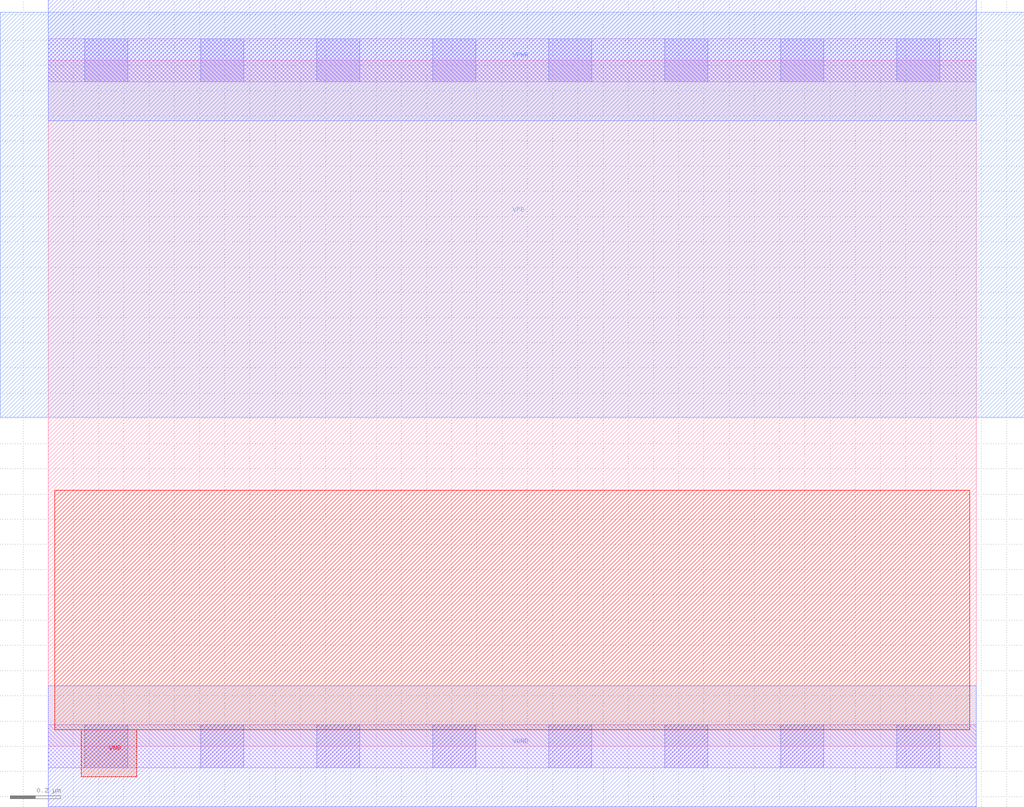
<source format=lef>
VERSION 5.7 ;
  NOWIREEXTENSIONATPIN ON ;
  DIVIDERCHAR "/" ;
  BUSBITCHARS "[]" ;
MACRO sky130_ef_sc_hd__fill_8
  CLASS BLOCK ;
  FOREIGN sky130_ef_sc_hd__fill_8 ;
  ORIGIN 0.000 0.000 ;
  SIZE 3.680 BY 2.720 ;
  PIN VGND
    USE GROUND ;
    PORT
      LAYER met1 ;
        RECT 0.000 -0.240 3.680 0.240 ;
    END
  END VGND
  PIN VPWR
    USE POWER ;
    PORT
      LAYER met1 ;
        RECT 0.000 2.480 3.680 2.960 ;
    END
  END VPWR
  PIN VPB
    DIRECTION INOUT ;
    USE POWER ;
    PORT
      LAYER nwell ;
        RECT -0.190 1.305 3.870 2.910 ;
    END
  END VPB
  PIN VNB
    DIRECTION INOUT ;
    USE GROUND ;
    PORT
      LAYER pwell ;
        RECT 0.025 0.065 3.655 1.015 ;
        RECT 0.130 -0.120 0.350 0.065 ;
    END
  END VNB
  OBS
      LAYER li1 ;
        RECT 0.000 2.635 3.680 2.805 ;
        RECT 0.000 -0.085 3.680 0.085 ;
      LAYER mcon ;
        RECT 0.145 2.635 0.315 2.805 ;
        RECT 0.605 2.635 0.775 2.805 ;
        RECT 1.065 2.635 1.235 2.805 ;
        RECT 1.525 2.635 1.695 2.805 ;
        RECT 1.985 2.635 2.155 2.805 ;
        RECT 2.445 2.635 2.615 2.805 ;
        RECT 2.905 2.635 3.075 2.805 ;
        RECT 3.365 2.635 3.535 2.805 ;
        RECT 0.145 -0.085 0.315 0.085 ;
        RECT 0.605 -0.085 0.775 0.085 ;
        RECT 1.065 -0.085 1.235 0.085 ;
        RECT 1.525 -0.085 1.695 0.085 ;
        RECT 1.985 -0.085 2.155 0.085 ;
        RECT 2.445 -0.085 2.615 0.085 ;
        RECT 2.905 -0.085 3.075 0.085 ;
        RECT 3.365 -0.085 3.535 0.085 ;
  END
END sky130_ef_sc_hd__fill_8
END LIBRARY


</source>
